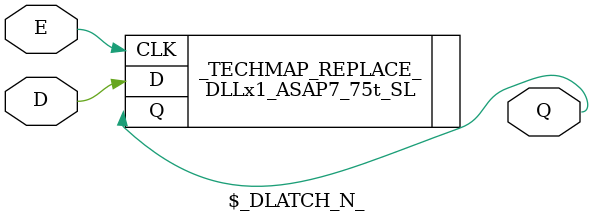
<source format=v>
module $_DLATCH_P_(input E, input D, output Q);
    DHLx1_ASAP7_75t_SL _TECHMAP_REPLACE_ (
        .D(D),
        .CLK(E),
        .Q(Q)
        );
endmodule

module $_DLATCH_N_(input E, input D, output Q);
    DLLx1_ASAP7_75t_SL _TECHMAP_REPLACE_ (
        .D(D),
        .CLK(E),
        .Q(Q)
        );
endmodule

</source>
